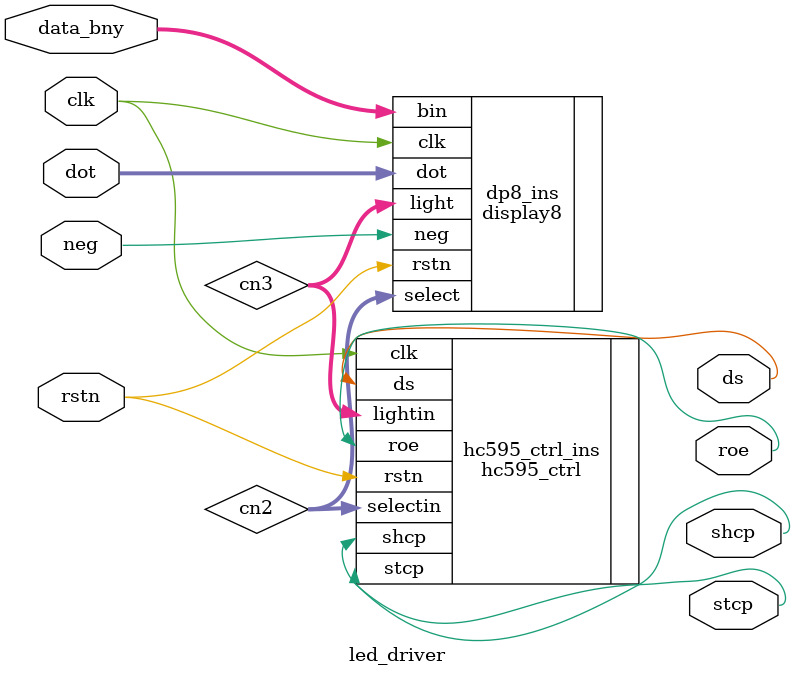
<source format=v>
module led_driver
(
	input wire[19:0] data_bny,
	input wire clk,rstn,
	input wire[5:0] dot,
	input wire neg,
	output wire ds,shcp,stcp,roe
);
wire[5:0] cn2;
wire[7:0] cn3;

display8 dp8_ins(
	.bin(data_bny),
	.clk(clk),
	.rstn(rstn),
	.dot(dot),
	.neg(neg),
	.select(cn2),
	.light(cn3)
);
hc595_ctrl hc595_ctrl_ins(
	.selectin(cn2),
	.lightin(cn3),
	.clk(clk),
	.rstn(rstn),
	.ds(ds),
	.shcp(shcp),
	.stcp(stcp),
	.roe(roe)
);
endmodule
</source>
